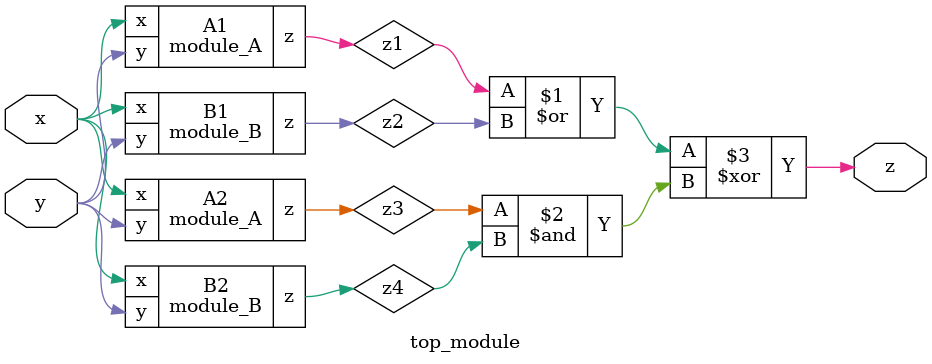
<source format=sv>
module module_A(
    input x,
    input y,
    output z
);

assign z = (x ^ y) & x;

endmodule
module module_B(
    input x,
    input y,
    output z
);

assign z = ((x == 0) && (y == 0)) || ((x == 1) && (y == 1));

endmodule
module top_module(
    input x,
    input y,
    output z
);

wire z1, z2;

module_A A1 (
    .x(x),
    .y(y),
    .z(z1)
);

module_B B1 (
    .x(x),
    .y(y),
    .z(z2)
);

module_A A2 (
    .x(x),
    .y(y),
    .z(z3)
);

module_B B2 (
    .x(x),
    .y(y),
    .z(z4)
);

wire z3, z4;

assign z = (z1 | z2) ^ (z3 & z4);

endmodule

</source>
